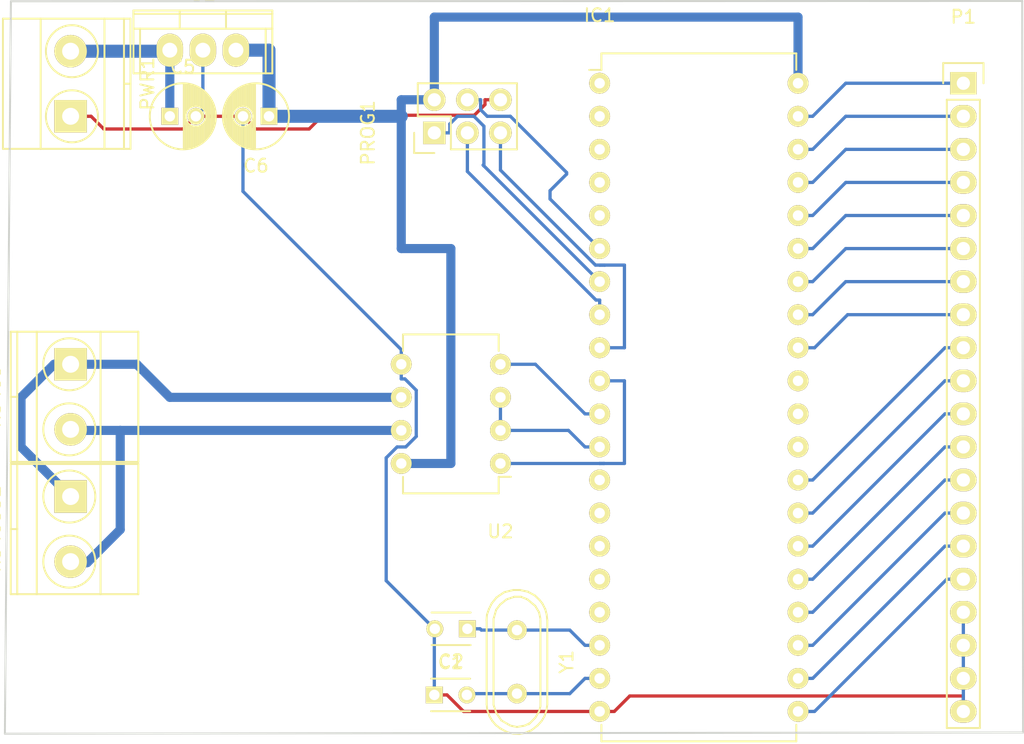
<source format=kicad_pcb>
(kicad_pcb (version 20171130) (host pcbnew "(5.1.12)-1")

  (general
    (thickness 1.6)
    (drawings 4)
    (tracks 175)
    (zones 0)
    (modules 13)
    (nets 44)
  )

  (page A4)
  (layers
    (0 F.Cu signal)
    (31 B.Cu signal)
    (33 F.Adhes user hide)
    (35 F.Paste user hide)
    (37 F.SilkS user hide)
    (39 F.Mask user hide)
    (40 Dwgs.User user hide)
    (41 Cmts.User user hide)
    (42 Eco1.User user hide)
    (43 Eco2.User user hide)
    (44 Edge.Cuts user)
    (45 Margin user hide)
    (47 F.CrtYd user hide)
    (49 F.Fab user hide)
  )

  (setup
    (last_trace_width 0.25)
    (user_trace_width 0.7)
    (user_trace_width 1)
    (trace_clearance 0.2)
    (zone_clearance 0.6)
    (zone_45_only yes)
    (trace_min 0.2)
    (via_size 0.6)
    (via_drill 0.4)
    (via_min_size 0.4)
    (via_min_drill 0.3)
    (uvia_size 0.3)
    (uvia_drill 0.1)
    (uvias_allowed no)
    (uvia_min_size 0.2)
    (uvia_min_drill 0.1)
    (edge_width 0.15)
    (segment_width 0.2)
    (pcb_text_width 0.3)
    (pcb_text_size 1.5 1.5)
    (mod_edge_width 0.15)
    (mod_text_size 1 1)
    (mod_text_width 0.15)
    (pad_size 1.524 1.524)
    (pad_drill 0.762)
    (pad_to_mask_clearance 0.2)
    (aux_axis_origin 144.78 149.86)
    (visible_elements 7FFFFFFF)
    (pcbplotparams
      (layerselection 0x00000_80000000)
      (usegerberextensions false)
      (usegerberattributes true)
      (usegerberadvancedattributes true)
      (creategerberjobfile true)
      (excludeedgelayer true)
      (linewidth 0.100000)
      (plotframeref false)
      (viasonmask false)
      (mode 1)
      (useauxorigin false)
      (hpglpennumber 1)
      (hpglpenspeed 20)
      (hpglpendiameter 15.000000)
      (psnegative true)
      (psa4output true)
      (plotreference false)
      (plotvalue false)
      (plotinvisibletext false)
      (padsonsilk false)
      (subtractmaskfromsilk false)
      (outputformat 2)
      (mirror true)
      (drillshape 2)
      (scaleselection 1)
      (outputdirectory ""))
  )

  (net 0 "")
  (net 1 Earth)
  (net 2 "Net-(C1-Pad2)")
  (net 3 "Net-(C2-Pad1)")
  (net 4 +BATT)
  (net 5 +5V)
  (net 6 /MOSI)
  (net 7 /MISO)
  (net 8 /SCK)
  (net 9 /RESET)
  (net 10 "Net-(IC1-Pad10)")
  (net 11 "Net-(IC1-Pad11)")
  (net 12 "Net-(IC1-Pad12)")
  (net 13 /O9)
  (net 14 /O10)
  (net 15 /O11)
  (net 16 /O12)
  (net 17 /O13)
  (net 18 /O14)
  (net 19 /O15)
  (net 20 /O16)
  (net 21 "Net-(IC1-Pad29)")
  (net 22 "Net-(IC1-Pad30)")
  (net 23 "Net-(IC1-Pad31)")
  (net 24 /O8)
  (net 25 /O7)
  (net 26 /O6)
  (net 27 /O5)
  (net 28 /O4)
  (net 29 /O3)
  (net 30 /O2)
  (net 31 /O1)
  (net 32 "Net-(RS485-Pad2)")
  (net 33 "Net-(RS485-Pad1)")
  (net 34 "Net-(IC1-Pad1)")
  (net 35 "Net-(IC1-Pad2)")
  (net 36 "Net-(IC1-Pad3)")
  (net 37 "Net-(IC1-Pad5)")
  (net 38 "Net-(IC1-Pad13)")
  (net 39 "Net-(IC1-Pad14)")
  (net 40 "Net-(IC1-Pad15)")
  (net 41 "Net-(IC1-Pad16)")
  (net 42 "Net-(IC1-Pad17)")
  (net 43 "Net-(IC1-Pad4)")

  (net_class Default "This is the default net class."
    (clearance 0.2)
    (trace_width 0.25)
    (via_dia 0.6)
    (via_drill 0.4)
    (uvia_dia 0.3)
    (uvia_drill 0.1)
    (add_net +5V)
    (add_net +BATT)
    (add_net /MISO)
    (add_net /MOSI)
    (add_net /O1)
    (add_net /O10)
    (add_net /O11)
    (add_net /O12)
    (add_net /O13)
    (add_net /O14)
    (add_net /O15)
    (add_net /O16)
    (add_net /O2)
    (add_net /O3)
    (add_net /O4)
    (add_net /O5)
    (add_net /O6)
    (add_net /O7)
    (add_net /O8)
    (add_net /O9)
    (add_net /RESET)
    (add_net /SCK)
    (add_net Earth)
    (add_net "Net-(C1-Pad2)")
    (add_net "Net-(C2-Pad1)")
    (add_net "Net-(IC1-Pad1)")
    (add_net "Net-(IC1-Pad10)")
    (add_net "Net-(IC1-Pad11)")
    (add_net "Net-(IC1-Pad12)")
    (add_net "Net-(IC1-Pad13)")
    (add_net "Net-(IC1-Pad14)")
    (add_net "Net-(IC1-Pad15)")
    (add_net "Net-(IC1-Pad16)")
    (add_net "Net-(IC1-Pad17)")
    (add_net "Net-(IC1-Pad2)")
    (add_net "Net-(IC1-Pad29)")
    (add_net "Net-(IC1-Pad3)")
    (add_net "Net-(IC1-Pad30)")
    (add_net "Net-(IC1-Pad31)")
    (add_net "Net-(IC1-Pad4)")
    (add_net "Net-(IC1-Pad5)")
    (add_net "Net-(RS485-Pad1)")
    (add_net "Net-(RS485-Pad2)")
  )

  (module Capacitors_ThroughHole:C_Disc_D3_P2.5 (layer F.Cu) (tedit 0) (tstamp 57DCEEA2)
    (at 175.26 142.24)
    (descr "Capacitor 3mm Disc, Pitch 2.5mm")
    (tags Capacitor)
    (path /57DCD2A6)
    (fp_text reference C1 (at 1.25 -2.5) (layer F.SilkS)
      (effects (font (size 1 1) (thickness 0.15)))
    )
    (fp_text value C_Small (at 1.25 2.5) (layer F.Fab)
      (effects (font (size 1 1) (thickness 0.15)))
    )
    (fp_line (start -0.9 -1.5) (end 3.4 -1.5) (layer F.CrtYd) (width 0.05))
    (fp_line (start 3.4 -1.5) (end 3.4 1.5) (layer F.CrtYd) (width 0.05))
    (fp_line (start 3.4 1.5) (end -0.9 1.5) (layer F.CrtYd) (width 0.05))
    (fp_line (start -0.9 1.5) (end -0.9 -1.5) (layer F.CrtYd) (width 0.05))
    (fp_line (start -0.25 -1.25) (end 2.75 -1.25) (layer F.SilkS) (width 0.15))
    (fp_line (start 2.75 1.25) (end -0.25 1.25) (layer F.SilkS) (width 0.15))
    (pad 1 thru_hole rect (at 0 0) (size 1.3 1.3) (drill 0.8) (layers *.Cu *.Mask F.SilkS)
      (net 1 Earth))
    (pad 2 thru_hole circle (at 2.5 0) (size 1.3 1.3) (drill 0.8001) (layers *.Cu *.Mask F.SilkS)
      (net 2 "Net-(C1-Pad2)"))
    (model Capacitors_ThroughHole.3dshapes/C_Disc_D3_P2.5.wrl
      (offset (xyz 1.250000021226883 0 0))
      (scale (xyz 1 1 1))
      (rotate (xyz 0 0 0))
    )
  )

  (module Capacitors_ThroughHole:C_Disc_D3_P2.5 (layer F.Cu) (tedit 0) (tstamp 57DCEEA8)
    (at 177.8 137.16 180)
    (descr "Capacitor 3mm Disc, Pitch 2.5mm")
    (tags Capacitor)
    (path /57DCD2D3)
    (fp_text reference C2 (at 1.25 -2.5 180) (layer F.SilkS)
      (effects (font (size 1 1) (thickness 0.15)))
    )
    (fp_text value C_Small (at 1.25 2.5 180) (layer F.Fab)
      (effects (font (size 1 1) (thickness 0.15)))
    )
    (fp_line (start -0.9 -1.5) (end 3.4 -1.5) (layer F.CrtYd) (width 0.05))
    (fp_line (start 3.4 -1.5) (end 3.4 1.5) (layer F.CrtYd) (width 0.05))
    (fp_line (start 3.4 1.5) (end -0.9 1.5) (layer F.CrtYd) (width 0.05))
    (fp_line (start -0.9 1.5) (end -0.9 -1.5) (layer F.CrtYd) (width 0.05))
    (fp_line (start -0.25 -1.25) (end 2.75 -1.25) (layer F.SilkS) (width 0.15))
    (fp_line (start 2.75 1.25) (end -0.25 1.25) (layer F.SilkS) (width 0.15))
    (pad 1 thru_hole rect (at 0 0 180) (size 1.3 1.3) (drill 0.8) (layers *.Cu *.Mask F.SilkS)
      (net 3 "Net-(C2-Pad1)"))
    (pad 2 thru_hole circle (at 2.5 0 180) (size 1.3 1.3) (drill 0.8001) (layers *.Cu *.Mask F.SilkS)
      (net 1 Earth))
    (model Capacitors_ThroughHole.3dshapes/C_Disc_D3_P2.5.wrl
      (offset (xyz 1.250000021226883 0 0))
      (scale (xyz 1 1 1))
      (rotate (xyz 0 0 0))
    )
  )

  (module Capacitors_ThroughHole:C_Radial_D5_L11_P2 (layer F.Cu) (tedit 0) (tstamp 57DCEEAE)
    (at 154.94 97.79)
    (descr "Radial Electrolytic Capacitor 5mm x Length 11mm, Pitch 2mm")
    (tags "Electrolytic Capacitor")
    (path /57DEE4DA)
    (fp_text reference C5 (at 1 -3.8) (layer F.SilkS)
      (effects (font (size 1 1) (thickness 0.15)))
    )
    (fp_text value 10uf (at 1 3.8) (layer F.Fab)
      (effects (font (size 1 1) (thickness 0.15)))
    )
    (fp_line (start 1.075 -2.499) (end 1.075 2.499) (layer F.SilkS) (width 0.15))
    (fp_line (start 1.215 -2.491) (end 1.215 -0.154) (layer F.SilkS) (width 0.15))
    (fp_line (start 1.215 0.154) (end 1.215 2.491) (layer F.SilkS) (width 0.15))
    (fp_line (start 1.355 -2.475) (end 1.355 -0.473) (layer F.SilkS) (width 0.15))
    (fp_line (start 1.355 0.473) (end 1.355 2.475) (layer F.SilkS) (width 0.15))
    (fp_line (start 1.495 -2.451) (end 1.495 -0.62) (layer F.SilkS) (width 0.15))
    (fp_line (start 1.495 0.62) (end 1.495 2.451) (layer F.SilkS) (width 0.15))
    (fp_line (start 1.635 -2.418) (end 1.635 -0.712) (layer F.SilkS) (width 0.15))
    (fp_line (start 1.635 0.712) (end 1.635 2.418) (layer F.SilkS) (width 0.15))
    (fp_line (start 1.775 -2.377) (end 1.775 -0.768) (layer F.SilkS) (width 0.15))
    (fp_line (start 1.775 0.768) (end 1.775 2.377) (layer F.SilkS) (width 0.15))
    (fp_line (start 1.915 -2.327) (end 1.915 -0.795) (layer F.SilkS) (width 0.15))
    (fp_line (start 1.915 0.795) (end 1.915 2.327) (layer F.SilkS) (width 0.15))
    (fp_line (start 2.055 -2.266) (end 2.055 -0.798) (layer F.SilkS) (width 0.15))
    (fp_line (start 2.055 0.798) (end 2.055 2.266) (layer F.SilkS) (width 0.15))
    (fp_line (start 2.195 -2.196) (end 2.195 -0.776) (layer F.SilkS) (width 0.15))
    (fp_line (start 2.195 0.776) (end 2.195 2.196) (layer F.SilkS) (width 0.15))
    (fp_line (start 2.335 -2.114) (end 2.335 -0.726) (layer F.SilkS) (width 0.15))
    (fp_line (start 2.335 0.726) (end 2.335 2.114) (layer F.SilkS) (width 0.15))
    (fp_line (start 2.475 -2.019) (end 2.475 -0.644) (layer F.SilkS) (width 0.15))
    (fp_line (start 2.475 0.644) (end 2.475 2.019) (layer F.SilkS) (width 0.15))
    (fp_line (start 2.615 -1.908) (end 2.615 -0.512) (layer F.SilkS) (width 0.15))
    (fp_line (start 2.615 0.512) (end 2.615 1.908) (layer F.SilkS) (width 0.15))
    (fp_line (start 2.755 -1.78) (end 2.755 -0.265) (layer F.SilkS) (width 0.15))
    (fp_line (start 2.755 0.265) (end 2.755 1.78) (layer F.SilkS) (width 0.15))
    (fp_line (start 2.895 -1.631) (end 2.895 1.631) (layer F.SilkS) (width 0.15))
    (fp_line (start 3.035 -1.452) (end 3.035 1.452) (layer F.SilkS) (width 0.15))
    (fp_line (start 3.175 -1.233) (end 3.175 1.233) (layer F.SilkS) (width 0.15))
    (fp_line (start 3.315 -0.944) (end 3.315 0.944) (layer F.SilkS) (width 0.15))
    (fp_line (start 3.455 -0.472) (end 3.455 0.472) (layer F.SilkS) (width 0.15))
    (fp_circle (center 2 0) (end 2 -0.8) (layer F.SilkS) (width 0.15))
    (fp_circle (center 1 0) (end 1 -2.5375) (layer F.SilkS) (width 0.15))
    (fp_circle (center 1 0) (end 1 -2.8) (layer F.CrtYd) (width 0.05))
    (pad 1 thru_hole rect (at 0 0) (size 1.3 1.3) (drill 0.8) (layers *.Cu *.Mask F.SilkS)
      (net 4 +BATT))
    (pad 2 thru_hole circle (at 2 0) (size 1.3 1.3) (drill 0.8) (layers *.Cu *.Mask F.SilkS)
      (net 1 Earth))
    (model Capacitors_ThroughHole.3dshapes/C_Radial_D5_L11_P2.wrl
      (at (xyz 0 0 0))
      (scale (xyz 1 1 1))
      (rotate (xyz 0 0 0))
    )
  )

  (module Capacitors_ThroughHole:C_Radial_D5_L11_P2 (layer F.Cu) (tedit 0) (tstamp 57DCEEB4)
    (at 162.56 97.79 180)
    (descr "Radial Electrolytic Capacitor 5mm x Length 11mm, Pitch 2mm")
    (tags "Electrolytic Capacitor")
    (path /57DEE51D)
    (fp_text reference C6 (at 1 -3.8 180) (layer F.SilkS)
      (effects (font (size 1 1) (thickness 0.15)))
    )
    (fp_text value 10uf (at 1 3.8 180) (layer F.Fab)
      (effects (font (size 1 1) (thickness 0.15)))
    )
    (fp_line (start 1.075 -2.499) (end 1.075 2.499) (layer F.SilkS) (width 0.15))
    (fp_line (start 1.215 -2.491) (end 1.215 -0.154) (layer F.SilkS) (width 0.15))
    (fp_line (start 1.215 0.154) (end 1.215 2.491) (layer F.SilkS) (width 0.15))
    (fp_line (start 1.355 -2.475) (end 1.355 -0.473) (layer F.SilkS) (width 0.15))
    (fp_line (start 1.355 0.473) (end 1.355 2.475) (layer F.SilkS) (width 0.15))
    (fp_line (start 1.495 -2.451) (end 1.495 -0.62) (layer F.SilkS) (width 0.15))
    (fp_line (start 1.495 0.62) (end 1.495 2.451) (layer F.SilkS) (width 0.15))
    (fp_line (start 1.635 -2.418) (end 1.635 -0.712) (layer F.SilkS) (width 0.15))
    (fp_line (start 1.635 0.712) (end 1.635 2.418) (layer F.SilkS) (width 0.15))
    (fp_line (start 1.775 -2.377) (end 1.775 -0.768) (layer F.SilkS) (width 0.15))
    (fp_line (start 1.775 0.768) (end 1.775 2.377) (layer F.SilkS) (width 0.15))
    (fp_line (start 1.915 -2.327) (end 1.915 -0.795) (layer F.SilkS) (width 0.15))
    (fp_line (start 1.915 0.795) (end 1.915 2.327) (layer F.SilkS) (width 0.15))
    (fp_line (start 2.055 -2.266) (end 2.055 -0.798) (layer F.SilkS) (width 0.15))
    (fp_line (start 2.055 0.798) (end 2.055 2.266) (layer F.SilkS) (width 0.15))
    (fp_line (start 2.195 -2.196) (end 2.195 -0.776) (layer F.SilkS) (width 0.15))
    (fp_line (start 2.195 0.776) (end 2.195 2.196) (layer F.SilkS) (width 0.15))
    (fp_line (start 2.335 -2.114) (end 2.335 -0.726) (layer F.SilkS) (width 0.15))
    (fp_line (start 2.335 0.726) (end 2.335 2.114) (layer F.SilkS) (width 0.15))
    (fp_line (start 2.475 -2.019) (end 2.475 -0.644) (layer F.SilkS) (width 0.15))
    (fp_line (start 2.475 0.644) (end 2.475 2.019) (layer F.SilkS) (width 0.15))
    (fp_line (start 2.615 -1.908) (end 2.615 -0.512) (layer F.SilkS) (width 0.15))
    (fp_line (start 2.615 0.512) (end 2.615 1.908) (layer F.SilkS) (width 0.15))
    (fp_line (start 2.755 -1.78) (end 2.755 -0.265) (layer F.SilkS) (width 0.15))
    (fp_line (start 2.755 0.265) (end 2.755 1.78) (layer F.SilkS) (width 0.15))
    (fp_line (start 2.895 -1.631) (end 2.895 1.631) (layer F.SilkS) (width 0.15))
    (fp_line (start 3.035 -1.452) (end 3.035 1.452) (layer F.SilkS) (width 0.15))
    (fp_line (start 3.175 -1.233) (end 3.175 1.233) (layer F.SilkS) (width 0.15))
    (fp_line (start 3.315 -0.944) (end 3.315 0.944) (layer F.SilkS) (width 0.15))
    (fp_line (start 3.455 -0.472) (end 3.455 0.472) (layer F.SilkS) (width 0.15))
    (fp_circle (center 2 0) (end 2 -0.8) (layer F.SilkS) (width 0.15))
    (fp_circle (center 1 0) (end 1 -2.5375) (layer F.SilkS) (width 0.15))
    (fp_circle (center 1 0) (end 1 -2.8) (layer F.CrtYd) (width 0.05))
    (pad 1 thru_hole rect (at 0 0 180) (size 1.3 1.3) (drill 0.8) (layers *.Cu *.Mask F.SilkS)
      (net 5 +5V))
    (pad 2 thru_hole circle (at 2 0 180) (size 1.3 1.3) (drill 0.8) (layers *.Cu *.Mask F.SilkS)
      (net 1 Earth))
    (model Capacitors_ThroughHole.3dshapes/C_Radial_D5_L11_P2.wrl
      (at (xyz 0 0 0))
      (scale (xyz 1 1 1))
      (rotate (xyz 0 0 0))
    )
  )

  (module Housings_DIP:DIP-40_W15.24mm (layer F.Cu) (tedit 54130A77) (tstamp 57DCEEE0)
    (at 187.96 95.25)
    (descr "40-lead dip package, row spacing 15.24 mm (600 mils)")
    (tags "dil dip 2.54 600")
    (path /57DCCFA7)
    (fp_text reference IC1 (at 0 -5.22) (layer F.SilkS)
      (effects (font (size 1 1) (thickness 0.15)))
    )
    (fp_text value AT90S8515-P (at 0 -3.72) (layer F.Fab)
      (effects (font (size 1 1) (thickness 0.15)))
    )
    (fp_line (start -1.05 -2.45) (end -1.05 50.75) (layer F.CrtYd) (width 0.05))
    (fp_line (start 16.3 -2.45) (end 16.3 50.75) (layer F.CrtYd) (width 0.05))
    (fp_line (start -1.05 -2.45) (end 16.3 -2.45) (layer F.CrtYd) (width 0.05))
    (fp_line (start -1.05 50.75) (end 16.3 50.75) (layer F.CrtYd) (width 0.05))
    (fp_line (start 0.135 -2.295) (end 0.135 -1.025) (layer F.SilkS) (width 0.15))
    (fp_line (start 15.105 -2.295) (end 15.105 -1.025) (layer F.SilkS) (width 0.15))
    (fp_line (start 15.105 50.555) (end 15.105 49.285) (layer F.SilkS) (width 0.15))
    (fp_line (start 0.135 50.555) (end 0.135 49.285) (layer F.SilkS) (width 0.15))
    (fp_line (start 0.135 -2.295) (end 15.105 -2.295) (layer F.SilkS) (width 0.15))
    (fp_line (start 0.135 50.555) (end 15.105 50.555) (layer F.SilkS) (width 0.15))
    (fp_line (start 0.135 -1.025) (end -0.8 -1.025) (layer F.SilkS) (width 0.15))
    (pad 1 thru_hole oval (at 0 0) (size 1.6 1.6) (drill 0.8) (layers *.Cu *.Mask F.SilkS)
      (net 34 "Net-(IC1-Pad1)"))
    (pad 2 thru_hole oval (at 0 2.54) (size 1.6 1.6) (drill 0.8) (layers *.Cu *.Mask F.SilkS)
      (net 35 "Net-(IC1-Pad2)"))
    (pad 3 thru_hole oval (at 0 5.08) (size 1.6 1.6) (drill 0.8) (layers *.Cu *.Mask F.SilkS)
      (net 36 "Net-(IC1-Pad3)"))
    (pad 4 thru_hole oval (at 0 7.62) (size 1.6 1.6) (drill 0.8) (layers *.Cu *.Mask F.SilkS)
      (net 43 "Net-(IC1-Pad4)"))
    (pad 5 thru_hole oval (at 0 10.16) (size 1.6 1.6) (drill 0.8) (layers *.Cu *.Mask F.SilkS)
      (net 37 "Net-(IC1-Pad5)"))
    (pad 6 thru_hole oval (at 0 12.7) (size 1.6 1.6) (drill 0.8) (layers *.Cu *.Mask F.SilkS)
      (net 6 /MOSI))
    (pad 7 thru_hole oval (at 0 15.24) (size 1.6 1.6) (drill 0.8) (layers *.Cu *.Mask F.SilkS)
      (net 7 /MISO))
    (pad 8 thru_hole oval (at 0 17.78) (size 1.6 1.6) (drill 0.8) (layers *.Cu *.Mask F.SilkS)
      (net 8 /SCK))
    (pad 9 thru_hole oval (at 0 20.32) (size 1.6 1.6) (drill 0.8) (layers *.Cu *.Mask F.SilkS)
      (net 9 /RESET))
    (pad 10 thru_hole oval (at 0 22.86) (size 1.6 1.6) (drill 0.8) (layers *.Cu *.Mask F.SilkS)
      (net 10 "Net-(IC1-Pad10)"))
    (pad 11 thru_hole oval (at 0 25.4) (size 1.6 1.6) (drill 0.8) (layers *.Cu *.Mask F.SilkS)
      (net 11 "Net-(IC1-Pad11)"))
    (pad 12 thru_hole oval (at 0 27.94) (size 1.6 1.6) (drill 0.8) (layers *.Cu *.Mask F.SilkS)
      (net 12 "Net-(IC1-Pad12)"))
    (pad 13 thru_hole oval (at 0 30.48) (size 1.6 1.6) (drill 0.8) (layers *.Cu *.Mask F.SilkS)
      (net 38 "Net-(IC1-Pad13)"))
    (pad 14 thru_hole oval (at 0 33.02) (size 1.6 1.6) (drill 0.8) (layers *.Cu *.Mask F.SilkS)
      (net 39 "Net-(IC1-Pad14)"))
    (pad 15 thru_hole oval (at 0 35.56) (size 1.6 1.6) (drill 0.8) (layers *.Cu *.Mask F.SilkS)
      (net 40 "Net-(IC1-Pad15)"))
    (pad 16 thru_hole oval (at 0 38.1) (size 1.6 1.6) (drill 0.8) (layers *.Cu *.Mask F.SilkS)
      (net 41 "Net-(IC1-Pad16)"))
    (pad 17 thru_hole oval (at 0 40.64) (size 1.6 1.6) (drill 0.8) (layers *.Cu *.Mask F.SilkS)
      (net 42 "Net-(IC1-Pad17)"))
    (pad 18 thru_hole oval (at 0 43.18) (size 1.6 1.6) (drill 0.8) (layers *.Cu *.Mask F.SilkS)
      (net 3 "Net-(C2-Pad1)"))
    (pad 19 thru_hole oval (at 0 45.72) (size 1.6 1.6) (drill 0.8) (layers *.Cu *.Mask F.SilkS)
      (net 2 "Net-(C1-Pad2)"))
    (pad 20 thru_hole oval (at 0 48.26) (size 1.6 1.6) (drill 0.8) (layers *.Cu *.Mask F.SilkS)
      (net 1 Earth))
    (pad 21 thru_hole oval (at 15.24 48.26) (size 1.6 1.6) (drill 0.8) (layers *.Cu *.Mask F.SilkS)
      (net 13 /O9))
    (pad 22 thru_hole oval (at 15.24 45.72) (size 1.6 1.6) (drill 0.8) (layers *.Cu *.Mask F.SilkS)
      (net 14 /O10))
    (pad 23 thru_hole oval (at 15.24 43.18) (size 1.6 1.6) (drill 0.8) (layers *.Cu *.Mask F.SilkS)
      (net 15 /O11))
    (pad 24 thru_hole oval (at 15.24 40.64) (size 1.6 1.6) (drill 0.8) (layers *.Cu *.Mask F.SilkS)
      (net 16 /O12))
    (pad 25 thru_hole oval (at 15.24 38.1) (size 1.6 1.6) (drill 0.8) (layers *.Cu *.Mask F.SilkS)
      (net 17 /O13))
    (pad 26 thru_hole oval (at 15.24 35.56) (size 1.6 1.6) (drill 0.8) (layers *.Cu *.Mask F.SilkS)
      (net 18 /O14))
    (pad 27 thru_hole oval (at 15.24 33.02) (size 1.6 1.6) (drill 0.8) (layers *.Cu *.Mask F.SilkS)
      (net 19 /O15))
    (pad 28 thru_hole oval (at 15.24 30.48) (size 1.6 1.6) (drill 0.8) (layers *.Cu *.Mask F.SilkS)
      (net 20 /O16))
    (pad 29 thru_hole oval (at 15.24 27.94) (size 1.6 1.6) (drill 0.8) (layers *.Cu *.Mask F.SilkS)
      (net 21 "Net-(IC1-Pad29)"))
    (pad 30 thru_hole oval (at 15.24 25.4) (size 1.6 1.6) (drill 0.8) (layers *.Cu *.Mask F.SilkS)
      (net 22 "Net-(IC1-Pad30)"))
    (pad 31 thru_hole oval (at 15.24 22.86) (size 1.6 1.6) (drill 0.8) (layers *.Cu *.Mask F.SilkS)
      (net 23 "Net-(IC1-Pad31)"))
    (pad 32 thru_hole oval (at 15.24 20.32) (size 1.6 1.6) (drill 0.8) (layers *.Cu *.Mask F.SilkS)
      (net 24 /O8))
    (pad 33 thru_hole oval (at 15.24 17.78) (size 1.6 1.6) (drill 0.8) (layers *.Cu *.Mask F.SilkS)
      (net 25 /O7))
    (pad 34 thru_hole oval (at 15.24 15.24) (size 1.6 1.6) (drill 0.8) (layers *.Cu *.Mask F.SilkS)
      (net 26 /O6))
    (pad 35 thru_hole oval (at 15.24 12.7) (size 1.6 1.6) (drill 0.8) (layers *.Cu *.Mask F.SilkS)
      (net 27 /O5))
    (pad 36 thru_hole oval (at 15.24 10.16) (size 1.6 1.6) (drill 0.8) (layers *.Cu *.Mask F.SilkS)
      (net 28 /O4))
    (pad 37 thru_hole oval (at 15.24 7.62) (size 1.6 1.6) (drill 0.8) (layers *.Cu *.Mask F.SilkS)
      (net 29 /O3))
    (pad 38 thru_hole oval (at 15.24 5.08) (size 1.6 1.6) (drill 0.8) (layers *.Cu *.Mask F.SilkS)
      (net 30 /O2))
    (pad 39 thru_hole oval (at 15.24 2.54) (size 1.6 1.6) (drill 0.8) (layers *.Cu *.Mask F.SilkS)
      (net 31 /O1))
    (pad 40 thru_hole oval (at 15.24 0) (size 1.6 1.6) (drill 0.8) (layers *.Cu *.Mask F.SilkS)
      (net 5 +5V))
    (model Housings_DIP.3dshapes/DIP-40_W15.24mm.wrl
      (at (xyz 0 0 0))
      (scale (xyz 1 1 1))
      (rotate (xyz 0 0 0))
    )
  )

  (module Pin_Headers:Pin_Header_Straight_2x03 (layer F.Cu) (tedit 54EA0A4B) (tstamp 57DCEF04)
    (at 175.26 99.06 90)
    (descr "Through hole pin header")
    (tags "pin header")
    (path /57DD4174)
    (fp_text reference PROG1 (at 0 -5.1 90) (layer F.SilkS)
      (effects (font (size 1 1) (thickness 0.15)))
    )
    (fp_text value CONN_02X03 (at 0 -3.1 90) (layer F.Fab)
      (effects (font (size 1 1) (thickness 0.15)))
    )
    (fp_line (start -1.27 1.27) (end -1.27 6.35) (layer F.SilkS) (width 0.15))
    (fp_line (start -1.55 -1.55) (end 0 -1.55) (layer F.SilkS) (width 0.15))
    (fp_line (start -1.75 -1.75) (end -1.75 6.85) (layer F.CrtYd) (width 0.05))
    (fp_line (start 4.3 -1.75) (end 4.3 6.85) (layer F.CrtYd) (width 0.05))
    (fp_line (start -1.75 -1.75) (end 4.3 -1.75) (layer F.CrtYd) (width 0.05))
    (fp_line (start -1.75 6.85) (end 4.3 6.85) (layer F.CrtYd) (width 0.05))
    (fp_line (start 1.27 -1.27) (end 1.27 1.27) (layer F.SilkS) (width 0.15))
    (fp_line (start 1.27 1.27) (end -1.27 1.27) (layer F.SilkS) (width 0.15))
    (fp_line (start -1.27 6.35) (end 3.81 6.35) (layer F.SilkS) (width 0.15))
    (fp_line (start 3.81 6.35) (end 3.81 1.27) (layer F.SilkS) (width 0.15))
    (fp_line (start -1.55 -1.55) (end -1.55 0) (layer F.SilkS) (width 0.15))
    (fp_line (start 3.81 -1.27) (end 1.27 -1.27) (layer F.SilkS) (width 0.15))
    (fp_line (start 3.81 1.27) (end 3.81 -1.27) (layer F.SilkS) (width 0.15))
    (pad 1 thru_hole rect (at 0 0 90) (size 1.7272 1.7272) (drill 1.016) (layers *.Cu *.Mask F.SilkS)
      (net 7 /MISO))
    (pad 2 thru_hole oval (at 2.54 0 90) (size 1.7272 1.7272) (drill 1.016) (layers *.Cu *.Mask F.SilkS)
      (net 5 +5V))
    (pad 3 thru_hole oval (at 0 2.54 90) (size 1.7272 1.7272) (drill 1.016) (layers *.Cu *.Mask F.SilkS)
      (net 8 /SCK))
    (pad 4 thru_hole oval (at 2.54 2.54 90) (size 1.7272 1.7272) (drill 1.016) (layers *.Cu *.Mask F.SilkS)
      (net 6 /MOSI))
    (pad 5 thru_hole oval (at 0 5.08 90) (size 1.7272 1.7272) (drill 1.016) (layers *.Cu *.Mask F.SilkS)
      (net 9 /RESET))
    (pad 6 thru_hole oval (at 2.54 5.08 90) (size 1.7272 1.7272) (drill 1.016) (layers *.Cu *.Mask F.SilkS)
      (net 1 Earth))
    (model Pin_Headers.3dshapes/Pin_Header_Straight_2x03.wrl
      (offset (xyz 1.269999980926514 -2.539999961853027 0))
      (scale (xyz 1 1 1))
      (rotate (xyz 0 0 90))
    )
  )

  (module Power_Integrations:TO-220 (layer F.Cu) (tedit 0) (tstamp 57DCEF23)
    (at 157.48 92.71)
    (descr "Non Isolated JEDEC TO-220 Package")
    (tags "Power Integration YN Package")
    (path /57DEE486)
    (fp_text reference U1 (at 0 -4.318) (layer F.SilkS)
      (effects (font (size 1 1) (thickness 0.15)))
    )
    (fp_text value LM7805CT (at 0 -4.318) (layer F.Fab)
      (effects (font (size 1 1) (thickness 0.15)))
    )
    (fp_line (start 4.826 -1.651) (end 4.826 1.778) (layer F.SilkS) (width 0.15))
    (fp_line (start -4.826 -1.651) (end -4.826 1.778) (layer F.SilkS) (width 0.15))
    (fp_line (start 5.334 -2.794) (end -5.334 -2.794) (layer F.SilkS) (width 0.15))
    (fp_line (start 1.778 -1.778) (end 1.778 -3.048) (layer F.SilkS) (width 0.15))
    (fp_line (start -1.778 -1.778) (end -1.778 -3.048) (layer F.SilkS) (width 0.15))
    (fp_line (start -5.334 -1.651) (end 5.334 -1.651) (layer F.SilkS) (width 0.15))
    (fp_line (start 5.334 1.778) (end -5.334 1.778) (layer F.SilkS) (width 0.15))
    (fp_line (start -5.334 -3.048) (end -5.334 1.778) (layer F.SilkS) (width 0.15))
    (fp_line (start 5.334 -3.048) (end 5.334 1.778) (layer F.SilkS) (width 0.15))
    (fp_line (start 5.334 -3.048) (end -5.334 -3.048) (layer F.SilkS) (width 0.15))
    (pad 2 thru_hole oval (at 0 0) (size 2.032 2.54) (drill 1.143) (layers *.Cu *.Mask F.SilkS)
      (net 1 Earth))
    (pad 3 thru_hole oval (at 2.54 0) (size 2.032 2.54) (drill 1.143) (layers *.Cu *.Mask F.SilkS)
      (net 5 +5V))
    (pad 1 thru_hole oval (at -2.54 0) (size 2.032 2.54) (drill 1.143) (layers *.Cu *.Mask F.SilkS)
      (net 4 +BATT))
  )

  (module Housings_DIP:DIP-8_W7.62mm (layer F.Cu) (tedit 54130A77) (tstamp 57DCEF2F)
    (at 180.34 124.46 180)
    (descr "8-lead dip package, row spacing 7.62 mm (300 mils)")
    (tags "dil dip 2.54 300")
    (path /57DCE524)
    (fp_text reference U2 (at 0 -5.22 180) (layer F.SilkS)
      (effects (font (size 1 1) (thickness 0.15)))
    )
    (fp_text value SP3485CP (at 0 -3.72 180) (layer F.Fab)
      (effects (font (size 1 1) (thickness 0.15)))
    )
    (fp_line (start -1.05 -2.45) (end -1.05 10.1) (layer F.CrtYd) (width 0.05))
    (fp_line (start 8.65 -2.45) (end 8.65 10.1) (layer F.CrtYd) (width 0.05))
    (fp_line (start -1.05 -2.45) (end 8.65 -2.45) (layer F.CrtYd) (width 0.05))
    (fp_line (start -1.05 10.1) (end 8.65 10.1) (layer F.CrtYd) (width 0.05))
    (fp_line (start 0.135 -2.295) (end 0.135 -1.025) (layer F.SilkS) (width 0.15))
    (fp_line (start 7.485 -2.295) (end 7.485 -1.025) (layer F.SilkS) (width 0.15))
    (fp_line (start 7.485 9.915) (end 7.485 8.645) (layer F.SilkS) (width 0.15))
    (fp_line (start 0.135 9.915) (end 0.135 8.645) (layer F.SilkS) (width 0.15))
    (fp_line (start 0.135 -2.295) (end 7.485 -2.295) (layer F.SilkS) (width 0.15))
    (fp_line (start 0.135 9.915) (end 7.485 9.915) (layer F.SilkS) (width 0.15))
    (fp_line (start 0.135 -1.025) (end -0.8 -1.025) (layer F.SilkS) (width 0.15))
    (pad 1 thru_hole oval (at 0 0 180) (size 1.6 1.6) (drill 0.8) (layers *.Cu *.Mask F.SilkS)
      (net 10 "Net-(IC1-Pad10)"))
    (pad 2 thru_hole oval (at 0 2.54 180) (size 1.6 1.6) (drill 0.8) (layers *.Cu *.Mask F.SilkS)
      (net 12 "Net-(IC1-Pad12)"))
    (pad 3 thru_hole oval (at 0 5.08 180) (size 1.6 1.6) (drill 0.8) (layers *.Cu *.Mask F.SilkS)
      (net 12 "Net-(IC1-Pad12)"))
    (pad 4 thru_hole oval (at 0 7.62 180) (size 1.6 1.6) (drill 0.8) (layers *.Cu *.Mask F.SilkS)
      (net 11 "Net-(IC1-Pad11)"))
    (pad 5 thru_hole oval (at 7.62 7.62 180) (size 1.6 1.6) (drill 0.8) (layers *.Cu *.Mask F.SilkS)
      (net 1 Earth))
    (pad 6 thru_hole oval (at 7.62 5.08 180) (size 1.6 1.6) (drill 0.8) (layers *.Cu *.Mask F.SilkS)
      (net 33 "Net-(RS485-Pad1)"))
    (pad 7 thru_hole oval (at 7.62 2.54 180) (size 1.6 1.6) (drill 0.8) (layers *.Cu *.Mask F.SilkS)
      (net 32 "Net-(RS485-Pad2)"))
    (pad 8 thru_hole oval (at 7.62 0 180) (size 1.6 1.6) (drill 0.8) (layers *.Cu *.Mask F.SilkS)
      (net 5 +5V))
    (model Housings_DIP.3dshapes/DIP-8_W7.62mm.wrl
      (at (xyz 0 0 0))
      (scale (xyz 1 1 1))
      (rotate (xyz 0 0 0))
    )
  )

  (module Crystals:Crystal_HC49-U_Vertical (layer F.Cu) (tedit 0) (tstamp 57DCEF35)
    (at 181.61 139.7 270)
    (descr "Crystal Quarz HC49/U vertical stehend")
    (tags "Crystal Quarz HC49/U vertical stehend")
    (path /57DCD1E2)
    (fp_text reference Y1 (at 0 -3.81 270) (layer F.SilkS)
      (effects (font (size 1 1) (thickness 0.15)))
    )
    (fp_text value 16mhz (at 0 3.81 270) (layer F.Fab)
      (effects (font (size 1 1) (thickness 0.15)))
    )
    (fp_line (start 4.699 -1.00076) (end 4.89966 -0.59944) (layer F.SilkS) (width 0.15))
    (fp_line (start 4.89966 -0.59944) (end 5.00126 0) (layer F.SilkS) (width 0.15))
    (fp_line (start 5.00126 0) (end 4.89966 0.50038) (layer F.SilkS) (width 0.15))
    (fp_line (start 4.89966 0.50038) (end 4.50088 1.19888) (layer F.SilkS) (width 0.15))
    (fp_line (start 4.50088 1.19888) (end 3.8989 1.6002) (layer F.SilkS) (width 0.15))
    (fp_line (start 3.8989 1.6002) (end 3.29946 1.80086) (layer F.SilkS) (width 0.15))
    (fp_line (start 3.29946 1.80086) (end -3.29946 1.80086) (layer F.SilkS) (width 0.15))
    (fp_line (start -3.29946 1.80086) (end -4.0005 1.6002) (layer F.SilkS) (width 0.15))
    (fp_line (start -4.0005 1.6002) (end -4.39928 1.30048) (layer F.SilkS) (width 0.15))
    (fp_line (start -4.39928 1.30048) (end -4.8006 0.8001) (layer F.SilkS) (width 0.15))
    (fp_line (start -4.8006 0.8001) (end -5.00126 0.20066) (layer F.SilkS) (width 0.15))
    (fp_line (start -5.00126 0.20066) (end -5.00126 -0.29972) (layer F.SilkS) (width 0.15))
    (fp_line (start -5.00126 -0.29972) (end -4.8006 -0.8001) (layer F.SilkS) (width 0.15))
    (fp_line (start -4.8006 -0.8001) (end -4.30022 -1.39954) (layer F.SilkS) (width 0.15))
    (fp_line (start -4.30022 -1.39954) (end -3.79984 -1.69926) (layer F.SilkS) (width 0.15))
    (fp_line (start -3.79984 -1.69926) (end -3.29946 -1.80086) (layer F.SilkS) (width 0.15))
    (fp_line (start -3.2004 -1.80086) (end 3.40106 -1.80086) (layer F.SilkS) (width 0.15))
    (fp_line (start 3.40106 -1.80086) (end 3.79984 -1.69926) (layer F.SilkS) (width 0.15))
    (fp_line (start 3.79984 -1.69926) (end 4.30022 -1.39954) (layer F.SilkS) (width 0.15))
    (fp_line (start 4.30022 -1.39954) (end 4.8006 -0.89916) (layer F.SilkS) (width 0.15))
    (fp_line (start -3.19024 -2.32918) (end -3.64998 -2.28092) (layer F.SilkS) (width 0.15))
    (fp_line (start -3.64998 -2.28092) (end -4.04876 -2.16916) (layer F.SilkS) (width 0.15))
    (fp_line (start -4.04876 -2.16916) (end -4.48056 -1.95072) (layer F.SilkS) (width 0.15))
    (fp_line (start -4.48056 -1.95072) (end -4.77012 -1.71958) (layer F.SilkS) (width 0.15))
    (fp_line (start -4.77012 -1.71958) (end -5.10032 -1.36906) (layer F.SilkS) (width 0.15))
    (fp_line (start -5.10032 -1.36906) (end -5.38988 -0.83058) (layer F.SilkS) (width 0.15))
    (fp_line (start -5.38988 -0.83058) (end -5.51942 -0.23114) (layer F.SilkS) (width 0.15))
    (fp_line (start -5.51942 -0.23114) (end -5.51942 0.2794) (layer F.SilkS) (width 0.15))
    (fp_line (start -5.51942 0.2794) (end -5.34924 0.98044) (layer F.SilkS) (width 0.15))
    (fp_line (start -5.34924 0.98044) (end -4.95046 1.56972) (layer F.SilkS) (width 0.15))
    (fp_line (start -4.95046 1.56972) (end -4.49072 1.94056) (layer F.SilkS) (width 0.15))
    (fp_line (start -4.49072 1.94056) (end -4.06908 2.14884) (layer F.SilkS) (width 0.15))
    (fp_line (start -4.06908 2.14884) (end -3.6195 2.30886) (layer F.SilkS) (width 0.15))
    (fp_line (start -3.6195 2.30886) (end -3.18008 2.33934) (layer F.SilkS) (width 0.15))
    (fp_line (start 4.16052 2.1209) (end 4.53898 1.89992) (layer F.SilkS) (width 0.15))
    (fp_line (start 4.53898 1.89992) (end 4.85902 1.62052) (layer F.SilkS) (width 0.15))
    (fp_line (start 4.85902 1.62052) (end 5.11048 1.29032) (layer F.SilkS) (width 0.15))
    (fp_line (start 5.11048 1.29032) (end 5.4102 0.73914) (layer F.SilkS) (width 0.15))
    (fp_line (start 5.4102 0.73914) (end 5.51942 0.26924) (layer F.SilkS) (width 0.15))
    (fp_line (start 5.51942 0.26924) (end 5.53974 -0.1905) (layer F.SilkS) (width 0.15))
    (fp_line (start 5.53974 -0.1905) (end 5.45084 -0.65024) (layer F.SilkS) (width 0.15))
    (fp_line (start 5.45084 -0.65024) (end 5.26034 -1.09982) (layer F.SilkS) (width 0.15))
    (fp_line (start 5.26034 -1.09982) (end 4.89966 -1.56972) (layer F.SilkS) (width 0.15))
    (fp_line (start 4.89966 -1.56972) (end 4.54914 -1.88976) (layer F.SilkS) (width 0.15))
    (fp_line (start 4.54914 -1.88976) (end 4.16052 -2.1209) (layer F.SilkS) (width 0.15))
    (fp_line (start 4.16052 -2.1209) (end 3.73126 -2.2606) (layer F.SilkS) (width 0.15))
    (fp_line (start 3.73126 -2.2606) (end 3.2893 -2.32918) (layer F.SilkS) (width 0.15))
    (fp_line (start -3.2004 2.32918) (end 3.2512 2.32918) (layer F.SilkS) (width 0.15))
    (fp_line (start 3.2512 2.32918) (end 3.6703 2.29108) (layer F.SilkS) (width 0.15))
    (fp_line (start 3.6703 2.29108) (end 4.16052 2.1209) (layer F.SilkS) (width 0.15))
    (fp_line (start -3.2004 -2.32918) (end 3.2512 -2.32918) (layer F.SilkS) (width 0.15))
    (pad 1 thru_hole circle (at -2.44094 0 270) (size 1.50114 1.50114) (drill 0.8001) (layers *.Cu *.Mask F.SilkS)
      (net 3 "Net-(C2-Pad1)"))
    (pad 2 thru_hole circle (at 2.44094 0 270) (size 1.50114 1.50114) (drill 0.8001) (layers *.Cu *.Mask F.SilkS)
      (net 2 "Net-(C1-Pad2)"))
  )

  (module Pin_Headers:Pin_Header_Straight_1x20 (layer F.Cu) (tedit 0) (tstamp 57DE00DB)
    (at 215.9 95.25)
    (descr "Through hole pin header")
    (tags "pin header")
    (path /57DE2079)
    (fp_text reference P1 (at 0 -5.1) (layer F.SilkS)
      (effects (font (size 1 1) (thickness 0.15)))
    )
    (fp_text value CONN_01X20 (at 0 -3.1) (layer F.Fab)
      (effects (font (size 1 1) (thickness 0.15)))
    )
    (fp_line (start -1.75 -1.75) (end -1.75 50.05) (layer F.CrtYd) (width 0.05))
    (fp_line (start 1.75 -1.75) (end 1.75 50.05) (layer F.CrtYd) (width 0.05))
    (fp_line (start -1.75 -1.75) (end 1.75 -1.75) (layer F.CrtYd) (width 0.05))
    (fp_line (start -1.75 50.05) (end 1.75 50.05) (layer F.CrtYd) (width 0.05))
    (fp_line (start 1.27 1.27) (end 1.27 49.53) (layer F.SilkS) (width 0.15))
    (fp_line (start 1.27 49.53) (end -1.27 49.53) (layer F.SilkS) (width 0.15))
    (fp_line (start -1.27 49.53) (end -1.27 1.27) (layer F.SilkS) (width 0.15))
    (fp_line (start 1.55 -1.55) (end 1.55 0) (layer F.SilkS) (width 0.15))
    (fp_line (start 1.27 1.27) (end -1.27 1.27) (layer F.SilkS) (width 0.15))
    (fp_line (start -1.55 0) (end -1.55 -1.55) (layer F.SilkS) (width 0.15))
    (fp_line (start -1.55 -1.55) (end 1.55 -1.55) (layer F.SilkS) (width 0.15))
    (pad 1 thru_hole rect (at 0 0) (size 2.032 1.7272) (drill 1.016) (layers *.Cu *.Mask F.SilkS)
      (net 31 /O1))
    (pad 2 thru_hole oval (at 0 2.54) (size 2.032 1.7272) (drill 1.016) (layers *.Cu *.Mask F.SilkS)
      (net 30 /O2))
    (pad 3 thru_hole oval (at 0 5.08) (size 2.032 1.7272) (drill 1.016) (layers *.Cu *.Mask F.SilkS)
      (net 29 /O3))
    (pad 4 thru_hole oval (at 0 7.62) (size 2.032 1.7272) (drill 1.016) (layers *.Cu *.Mask F.SilkS)
      (net 28 /O4))
    (pad 5 thru_hole oval (at 0 10.16) (size 2.032 1.7272) (drill 1.016) (layers *.Cu *.Mask F.SilkS)
      (net 27 /O5))
    (pad 6 thru_hole oval (at 0 12.7) (size 2.032 1.7272) (drill 1.016) (layers *.Cu *.Mask F.SilkS)
      (net 26 /O6))
    (pad 7 thru_hole oval (at 0 15.24) (size 2.032 1.7272) (drill 1.016) (layers *.Cu *.Mask F.SilkS)
      (net 25 /O7))
    (pad 8 thru_hole oval (at 0 17.78) (size 2.032 1.7272) (drill 1.016) (layers *.Cu *.Mask F.SilkS)
      (net 24 /O8))
    (pad 9 thru_hole oval (at 0 20.32) (size 2.032 1.7272) (drill 1.016) (layers *.Cu *.Mask F.SilkS)
      (net 20 /O16))
    (pad 10 thru_hole oval (at 0 22.86) (size 2.032 1.7272) (drill 1.016) (layers *.Cu *.Mask F.SilkS)
      (net 19 /O15))
    (pad 11 thru_hole oval (at 0 25.4) (size 2.032 1.7272) (drill 1.016) (layers *.Cu *.Mask F.SilkS)
      (net 18 /O14))
    (pad 12 thru_hole oval (at 0 27.94) (size 2.032 1.7272) (drill 1.016) (layers *.Cu *.Mask F.SilkS)
      (net 17 /O13))
    (pad 13 thru_hole oval (at 0 30.48) (size 2.032 1.7272) (drill 1.016) (layers *.Cu *.Mask F.SilkS)
      (net 16 /O12))
    (pad 14 thru_hole oval (at 0 33.02) (size 2.032 1.7272) (drill 1.016) (layers *.Cu *.Mask F.SilkS)
      (net 15 /O11))
    (pad 15 thru_hole oval (at 0 35.56) (size 2.032 1.7272) (drill 1.016) (layers *.Cu *.Mask F.SilkS)
      (net 14 /O10))
    (pad 16 thru_hole oval (at 0 38.1) (size 2.032 1.7272) (drill 1.016) (layers *.Cu *.Mask F.SilkS)
      (net 13 /O9))
    (pad 17 thru_hole oval (at 0 40.64) (size 2.032 1.7272) (drill 1.016) (layers *.Cu *.Mask F.SilkS)
      (net 1 Earth))
    (pad 18 thru_hole oval (at 0 43.18) (size 2.032 1.7272) (drill 1.016) (layers *.Cu *.Mask F.SilkS)
      (net 1 Earth))
    (pad 19 thru_hole oval (at 0 45.72) (size 2.032 1.7272) (drill 1.016) (layers *.Cu *.Mask F.SilkS)
      (net 1 Earth))
    (pad 20 thru_hole oval (at 0 48.26) (size 2.032 1.7272) (drill 1.016) (layers *.Cu *.Mask F.SilkS)
      (net 1 Earth))
    (model Pin_Headers.3dshapes/Pin_Header_Straight_1x20.wrl
      (offset (xyz 0 -24.12999963760376 0))
      (scale (xyz 1 1 1))
      (rotate (xyz 0 0 90))
    )
  )

  (module Terminal_Blocks:TerminalBlock_Pheonix_MKDS1.5-2pol (layer F.Cu) (tedit 7FFFFFFF) (tstamp 57E0D5AF)
    (at 147.32 97.79 90)
    (descr "2-way 5mm pitch terminal block, Phoenix MKDS series")
    (path /57DEF459)
    (fp_text reference PWR1 (at 2.5 5.9 90) (layer F.SilkS)
      (effects (font (size 1 1) (thickness 0.15)))
    )
    (fp_text value CONN_01X02 (at 2.5 -6.6 90) (layer F.Fab)
      (effects (font (size 1 1) (thickness 0.15)))
    )
    (fp_circle (center 5 0.1) (end 3 0.1) (layer F.SilkS) (width 0.15))
    (fp_circle (center 0 0.1) (end 2 0.1) (layer F.SilkS) (width 0.15))
    (fp_line (start -2.7 -5.4) (end 7.7 -5.4) (layer F.CrtYd) (width 0.05))
    (fp_line (start -2.7 4.8) (end -2.7 -5.4) (layer F.CrtYd) (width 0.05))
    (fp_line (start 7.7 4.8) (end -2.7 4.8) (layer F.CrtYd) (width 0.05))
    (fp_line (start 7.7 -5.4) (end 7.7 4.8) (layer F.CrtYd) (width 0.05))
    (fp_line (start 2.5 4.1) (end 2.5 4.6) (layer F.SilkS) (width 0.15))
    (fp_line (start -2.5 2.6) (end 7.5 2.6) (layer F.SilkS) (width 0.15))
    (fp_line (start -2.5 -2.3) (end 7.5 -2.3) (layer F.SilkS) (width 0.15))
    (fp_line (start -2.5 4.1) (end 7.5 4.1) (layer F.SilkS) (width 0.15))
    (fp_line (start -2.5 4.6) (end 7.5 4.6) (layer F.SilkS) (width 0.15))
    (fp_line (start 7.5 4.6) (end 7.5 -5.2) (layer F.SilkS) (width 0.15))
    (fp_line (start 7.5 -5.2) (end -2.5 -5.2) (layer F.SilkS) (width 0.15))
    (fp_line (start -2.5 -5.2) (end -2.5 4.6) (layer F.SilkS) (width 0.15))
    (pad 1 thru_hole rect (at 0 0 90) (size 2.5 2.5) (drill 1.3) (layers *.Cu *.Mask F.SilkS)
      (net 1 Earth))
    (pad 2 thru_hole circle (at 5 0 90) (size 2.5 2.5) (drill 1.3) (layers *.Cu *.Mask F.SilkS)
      (net 4 +BATT))
    (model Terminal_Blocks.3dshapes/TerminalBlock_Pheonix_MKDS1.5-2pol.wrl
      (offset (xyz 2.499359962463379 0 0))
      (scale (xyz 1 1 1))
      (rotate (xyz 0 0 0))
    )
  )

  (module Terminal_Blocks:TerminalBlock_Pheonix_MKDS1.5-2pol (layer F.Cu) (tedit 7FFFFFFF) (tstamp 57E0D5B4)
    (at 147.32 116.84 270)
    (descr "2-way 5mm pitch terminal block, Phoenix MKDS series")
    (path /57DD3497)
    (fp_text reference RS485 (at 2.5 5.9 270) (layer F.SilkS)
      (effects (font (size 1 1) (thickness 0.15)))
    )
    (fp_text value CONN_01X02 (at 2.5 -6.6 270) (layer F.Fab)
      (effects (font (size 1 1) (thickness 0.15)))
    )
    (fp_circle (center 5 0.1) (end 3 0.1) (layer F.SilkS) (width 0.15))
    (fp_circle (center 0 0.1) (end 2 0.1) (layer F.SilkS) (width 0.15))
    (fp_line (start -2.7 -5.4) (end 7.7 -5.4) (layer F.CrtYd) (width 0.05))
    (fp_line (start -2.7 4.8) (end -2.7 -5.4) (layer F.CrtYd) (width 0.05))
    (fp_line (start 7.7 4.8) (end -2.7 4.8) (layer F.CrtYd) (width 0.05))
    (fp_line (start 7.7 -5.4) (end 7.7 4.8) (layer F.CrtYd) (width 0.05))
    (fp_line (start 2.5 4.1) (end 2.5 4.6) (layer F.SilkS) (width 0.15))
    (fp_line (start -2.5 2.6) (end 7.5 2.6) (layer F.SilkS) (width 0.15))
    (fp_line (start -2.5 -2.3) (end 7.5 -2.3) (layer F.SilkS) (width 0.15))
    (fp_line (start -2.5 4.1) (end 7.5 4.1) (layer F.SilkS) (width 0.15))
    (fp_line (start -2.5 4.6) (end 7.5 4.6) (layer F.SilkS) (width 0.15))
    (fp_line (start 7.5 4.6) (end 7.5 -5.2) (layer F.SilkS) (width 0.15))
    (fp_line (start 7.5 -5.2) (end -2.5 -5.2) (layer F.SilkS) (width 0.15))
    (fp_line (start -2.5 -5.2) (end -2.5 4.6) (layer F.SilkS) (width 0.15))
    (pad 1 thru_hole rect (at 0 0 270) (size 2.5 2.5) (drill 1.3) (layers *.Cu *.Mask F.SilkS)
      (net 33 "Net-(RS485-Pad1)"))
    (pad 2 thru_hole circle (at 5 0 270) (size 2.5 2.5) (drill 1.3) (layers *.Cu *.Mask F.SilkS)
      (net 32 "Net-(RS485-Pad2)"))
    (model Terminal_Blocks.3dshapes/TerminalBlock_Pheonix_MKDS1.5-2pol.wrl
      (offset (xyz 2.499359962463379 0 0))
      (scale (xyz 1 1 1))
      (rotate (xyz 0 0 0))
    )
  )

  (module Terminal_Blocks:TerminalBlock_Pheonix_MKDS1.5-2pol (layer F.Cu) (tedit 7FFFFFFF) (tstamp 57E0D5B9)
    (at 147.32 127 270)
    (descr "2-way 5mm pitch terminal block, Phoenix MKDS series")
    (path /57DD34C0)
    (fp_text reference RS485S1 (at 2.5 5.9 270) (layer F.SilkS)
      (effects (font (size 1 1) (thickness 0.15)))
    )
    (fp_text value CONN_01X02 (at 2.5 -6.6 270) (layer F.Fab)
      (effects (font (size 1 1) (thickness 0.15)))
    )
    (fp_circle (center 5 0.1) (end 3 0.1) (layer F.SilkS) (width 0.15))
    (fp_circle (center 0 0.1) (end 2 0.1) (layer F.SilkS) (width 0.15))
    (fp_line (start -2.7 -5.4) (end 7.7 -5.4) (layer F.CrtYd) (width 0.05))
    (fp_line (start -2.7 4.8) (end -2.7 -5.4) (layer F.CrtYd) (width 0.05))
    (fp_line (start 7.7 4.8) (end -2.7 4.8) (layer F.CrtYd) (width 0.05))
    (fp_line (start 7.7 -5.4) (end 7.7 4.8) (layer F.CrtYd) (width 0.05))
    (fp_line (start 2.5 4.1) (end 2.5 4.6) (layer F.SilkS) (width 0.15))
    (fp_line (start -2.5 2.6) (end 7.5 2.6) (layer F.SilkS) (width 0.15))
    (fp_line (start -2.5 -2.3) (end 7.5 -2.3) (layer F.SilkS) (width 0.15))
    (fp_line (start -2.5 4.1) (end 7.5 4.1) (layer F.SilkS) (width 0.15))
    (fp_line (start -2.5 4.6) (end 7.5 4.6) (layer F.SilkS) (width 0.15))
    (fp_line (start 7.5 4.6) (end 7.5 -5.2) (layer F.SilkS) (width 0.15))
    (fp_line (start 7.5 -5.2) (end -2.5 -5.2) (layer F.SilkS) (width 0.15))
    (fp_line (start -2.5 -5.2) (end -2.5 4.6) (layer F.SilkS) (width 0.15))
    (pad 1 thru_hole rect (at 0 0 270) (size 2.5 2.5) (drill 1.3) (layers *.Cu *.Mask F.SilkS)
      (net 33 "Net-(RS485-Pad1)"))
    (pad 2 thru_hole circle (at 5 0 270) (size 2.5 2.5) (drill 1.3) (layers *.Cu *.Mask F.SilkS)
      (net 32 "Net-(RS485-Pad2)"))
    (model Terminal_Blocks.3dshapes/TerminalBlock_Pheonix_MKDS1.5-2pol.wrl
      (offset (xyz 2.499359962463379 0 0))
      (scale (xyz 1 1 1))
      (rotate (xyz 0 0 0))
    )
  )

  (gr_line (start 142.27048 145.21688) (end 142.73276 88.95588) (layer Edge.Cuts) (width 0.15) (tstamp 652DE41F))
  (gr_line (start 220.48724 145.12544) (end 142.27048 145.21688) (layer Edge.Cuts) (width 0.15))
  (gr_line (start 220.4212 88.93048) (end 220.48724 145.12544) (layer Edge.Cuts) (width 0.15))
  (gr_line (start 142.73276 88.95588) (end 220.4212 88.93048) (layer Edge.Cuts) (width 0.15))

  (segment (start 175.26 137.16) (end 175.26 142.24) (width 0.25) (layer B.Cu) (net 1))
  (segment (start 172.72 117.9651) (end 173.0013 117.9651) (width 0.25) (layer B.Cu) (net 1))
  (segment (start 173.0013 117.9651) (end 173.8717 118.8355) (width 0.25) (layer B.Cu) (net 1))
  (segment (start 173.8717 118.8355) (end 173.8717 122.3837) (width 0.25) (layer B.Cu) (net 1))
  (segment (start 173.8717 122.3837) (end 173.0654 123.19) (width 0.25) (layer B.Cu) (net 1))
  (segment (start 173.0654 123.19) (end 172.3984 123.19) (width 0.25) (layer B.Cu) (net 1))
  (segment (start 172.3984 123.19) (end 171.5626 124.0258) (width 0.25) (layer B.Cu) (net 1))
  (segment (start 171.5626 124.0258) (end 171.5626 133.4626) (width 0.25) (layer B.Cu) (net 1))
  (segment (start 171.5626 133.4626) (end 175.26 137.16) (width 0.25) (layer B.Cu) (net 1))
  (segment (start 175.26 137.16) (end 175.3 137.16) (width 0.25) (layer B.Cu) (net 1))
  (segment (start 172.72 116.84) (end 172.72 115.7149) (width 0.25) (layer B.Cu) (net 1))
  (segment (start 160.56 97.79) (end 160.56 103.5549) (width 0.25) (layer B.Cu) (net 1))
  (segment (start 160.56 103.5549) (end 172.72 115.7149) (width 0.25) (layer B.Cu) (net 1))
  (segment (start 160.56 97.79) (end 156.94 97.79) (width 0.25) (layer F.Cu) (net 1))
  (segment (start 179.1513 96.52) (end 179.1513 96.8916) (width 0.25) (layer F.Cu) (net 1))
  (segment (start 179.1513 96.8916) (end 178.3342 97.7087) (width 0.25) (layer F.Cu) (net 1))
  (segment (start 178.3342 97.7087) (end 166.6989 97.7087) (width 0.25) (layer F.Cu) (net 1))
  (segment (start 166.6989 97.7087) (end 165.6424 98.7652) (width 0.25) (layer F.Cu) (net 1))
  (segment (start 165.6424 98.7652) (end 161.5352 98.7652) (width 0.25) (layer F.Cu) (net 1))
  (segment (start 161.5352 98.7652) (end 160.56 97.79) (width 0.25) (layer F.Cu) (net 1))
  (segment (start 175.26 142.24) (end 176.2351 142.24) (width 0.25) (layer F.Cu) (net 1))
  (segment (start 187.96 143.51) (end 177.5051 143.51) (width 0.25) (layer F.Cu) (net 1))
  (segment (start 177.5051 143.51) (end 176.2351 142.24) (width 0.25) (layer F.Cu) (net 1))
  (segment (start 188.5226 143.51) (end 187.96 143.51) (width 0.25) (layer F.Cu) (net 1))
  (segment (start 188.5226 143.51) (end 189.0851 143.51) (width 0.25) (layer F.Cu) (net 1))
  (segment (start 180.34 96.52) (end 179.1513 96.52) (width 0.25) (layer F.Cu) (net 1))
  (segment (start 157.48 92.71) (end 157.48 97.25) (width 0.25) (layer B.Cu) (net 1))
  (segment (start 157.48 97.25) (end 156.94 97.79) (width 0.25) (layer B.Cu) (net 1))
  (segment (start 172.72 116.84) (end 172.72 117.9651) (width 0.25) (layer B.Cu) (net 1))
  (segment (start 215.9 143.51) (end 215.9 142.3213) (width 0.25) (layer F.Cu) (net 1))
  (segment (start 215.9 142.3213) (end 190.2738 142.3213) (width 0.25) (layer F.Cu) (net 1))
  (segment (start 190.2738 142.3213) (end 189.0851 143.51) (width 0.25) (layer F.Cu) (net 1))
  (segment (start 215.9 138.43) (end 215.9 135.89) (width 0.25) (layer B.Cu) (net 1))
  (segment (start 215.9 140.97) (end 215.9 138.43) (width 0.25) (layer B.Cu) (net 1))
  (segment (start 215.9 143.51) (end 215.9 140.97) (width 0.25) (layer B.Cu) (net 1))
  (segment (start 147.32 97.79) (end 148.8951 97.79) (width 0.25) (layer F.Cu) (net 1))
  (segment (start 148.8951 97.79) (end 149.8703 98.7652) (width 0.25) (layer F.Cu) (net 1))
  (segment (start 149.8703 98.7652) (end 155.9648 98.7652) (width 0.25) (layer F.Cu) (net 1))
  (segment (start 155.9648 98.7652) (end 156.94 97.79) (width 0.25) (layer F.Cu) (net 1))
  (segment (start 181.6101 142.141) (end 181.61 142.1409) (width 0.25) (layer B.Cu) (net 2))
  (segment (start 187.96 140.97) (end 186.835 140.97) (width 0.25) (layer B.Cu) (net 2))
  (segment (start 186.835 140.97) (end 185.664 142.141) (width 0.25) (layer B.Cu) (net 2))
  (segment (start 185.664 142.141) (end 181.6101 142.141) (width 0.25) (layer B.Cu) (net 2))
  (segment (start 181.6101 142.141) (end 177.859 142.141) (width 0.25) (layer B.Cu) (net 2))
  (segment (start 177.859 142.141) (end 177.76 142.24) (width 0.25) (layer B.Cu) (net 2))
  (segment (start 181.6101 137.259) (end 181.61 137.2591) (width 0.25) (layer B.Cu) (net 3))
  (segment (start 187.96 138.43) (end 186.835 138.43) (width 0.25) (layer B.Cu) (net 3))
  (segment (start 186.835 138.43) (end 185.664 137.259) (width 0.25) (layer B.Cu) (net 3))
  (segment (start 185.664 137.259) (end 181.6101 137.259) (width 0.25) (layer B.Cu) (net 3))
  (segment (start 181.6101 137.259) (end 178.874 137.259) (width 0.25) (layer B.Cu) (net 3))
  (segment (start 178.874 137.259) (end 178.775 137.16) (width 0.25) (layer B.Cu) (net 3))
  (segment (start 178.775 137.16) (end 177.8 137.16) (width 0.25) (layer B.Cu) (net 3))
  (segment (start 154.94 92.71) (end 154.94 97.79) (width 0.7) (layer B.Cu) (net 4))
  (segment (start 154.86 92.79) (end 154.94 92.71) (width 0.7) (layer B.Cu) (net 4))
  (segment (start 154.86 92.79) (end 154.94 92.71) (width 1) (layer B.Cu) (net 4))
  (segment (start 147.32 92.79) (end 154.86 92.79) (width 1) (layer B.Cu) (net 4))
  (segment (start 154.645 97.4953) (end 154.94 97.79) (width 0.7) (layer B.Cu) (net 4))
  (segment (start 162.56 97.3023) (end 162.56 97.79) (width 1) (layer B.Cu) (net 5))
  (segment (start 160.02 92.71) (end 162.56 92.71) (width 1) (layer B.Cu) (net 5))
  (segment (start 162.56 92.71) (end 162.56 97.3023) (width 1) (layer B.Cu) (net 5))
  (segment (start 162.56 97.79) (end 162.56 97.3023) (width 0.25) (layer B.Cu) (net 5))
  (segment (start 172.72 97.79) (end 172.72 96.52) (width 0.7) (layer B.Cu) (net 5))
  (segment (start 172.72 96.52) (end 175.26 96.52) (width 0.7) (layer B.Cu) (net 5))
  (segment (start 172.72 97.79) (end 172.72 107.95) (width 0.7) (layer B.Cu) (net 5))
  (segment (start 172.72 107.95) (end 176.53 107.95) (width 0.7) (layer B.Cu) (net 5))
  (segment (start 176.53 107.95) (end 176.53 124.46) (width 0.7) (layer B.Cu) (net 5))
  (segment (start 176.53 124.46) (end 172.72 124.46) (width 0.7) (layer B.Cu) (net 5))
  (segment (start 175.26 96.52) (end 175.26 90.17) (width 0.7) (layer B.Cu) (net 5))
  (segment (start 175.26 90.17) (end 203.2 90.17) (width 0.7) (layer B.Cu) (net 5))
  (segment (start 203.2 90.17) (end 203.2 95.25) (width 0.7) (layer B.Cu) (net 5))
  (segment (start 162.56 97.79) (end 172.72 97.79) (width 1) (layer B.Cu) (net 5))
  (segment (start 177.8 96.52) (end 178.816 96.52) (width 0.25) (layer B.Cu) (net 6))
  (segment (start 178.816 96.52) (end 178.816 97.282) (width 0.25) (layer B.Cu) (net 6))
  (segment (start 178.816 97.282) (end 179.324 97.79) (width 0.25) (layer B.Cu) (net 6))
  (segment (start 179.324 97.79) (end 181.102 97.79) (width 0.25) (layer B.Cu) (net 6))
  (segment (start 181.102 97.79) (end 185.42 102.108) (width 0.25) (layer B.Cu) (net 6))
  (segment (start 185.42 102.108) (end 185.42 102.235) (width 0.25) (layer B.Cu) (net 6))
  (segment (start 185.42 102.235) (end 184.15 103.505) (width 0.25) (layer B.Cu) (net 6))
  (segment (start 184.15 103.505) (end 184.15 104.14) (width 0.25) (layer B.Cu) (net 6))
  (segment (start 184.15 104.14) (end 187.96 107.95) (width 0.25) (layer B.Cu) (net 6))
  (segment (start 179.07 101.6) (end 187.96 110.49) (width 0.25) (layer B.Cu) (net 7))
  (segment (start 179.006 101.536) (end 179.07 101.6) (width 0.25) (layer B.Cu) (net 7))
  (segment (start 175.26 99.06) (end 176.449 99.06) (width 0.25) (layer B.Cu) (net 7))
  (segment (start 176.449 99.06) (end 176.449 98.3791) (width 0.25) (layer B.Cu) (net 7))
  (segment (start 176.449 98.3791) (end 177.038 97.79) (width 0.25) (layer B.Cu) (net 7))
  (segment (start 177.038 97.79) (end 178.308 97.79) (width 0.25) (layer B.Cu) (net 7))
  (segment (start 178.308 97.79) (end 179.07 98.552) (width 0.25) (layer B.Cu) (net 7))
  (segment (start 179.07 98.552) (end 179.07 101.6) (width 0.25) (layer B.Cu) (net 7))
  (segment (start 187.96 113.03) (end 187.96 111.905) (width 0.25) (layer B.Cu) (net 8))
  (segment (start 187.96 111.905) (end 187.679 111.905) (width 0.25) (layer B.Cu) (net 8))
  (segment (start 187.679 111.905) (end 177.8 102.026) (width 0.25) (layer B.Cu) (net 8))
  (segment (start 177.8 102.026) (end 177.8 99.06) (width 0.25) (layer B.Cu) (net 8))
  (segment (start 187.96 109.22) (end 188.361 109.22) (width 0.25) (layer B.Cu) (net 9))
  (segment (start 180.34 99.06) (end 180.34 101.923) (width 0.25) (layer B.Cu) (net 9))
  (segment (start 180.34 101.923) (end 187.637 109.22) (width 0.25) (layer B.Cu) (net 9))
  (segment (start 187.637 109.22) (end 187.96 109.22) (width 0.25) (layer B.Cu) (net 9))
  (segment (start 187.96 109.22) (end 188.361 109.22) (width 0.25) (layer B.Cu) (net 9))
  (segment (start 188.361 109.22) (end 189.865 109.22) (width 0.25) (layer B.Cu) (net 9))
  (segment (start 189.865 109.22) (end 189.865 115.57) (width 0.25) (layer B.Cu) (net 9))
  (segment (start 189.865 115.57) (end 187.96 115.57) (width 0.25) (layer B.Cu) (net 9))
  (segment (start 187.96 124.46) (end 188.299 124.46) (width 0.25) (layer B.Cu) (net 10))
  (segment (start 180.34 124.46) (end 187.96 124.46) (width 0.25) (layer B.Cu) (net 10))
  (segment (start 188.299 124.46) (end 187.96 124.46) (width 0.25) (layer B.Cu) (net 10))
  (segment (start 187.96 118.11) (end 189.865 118.11) (width 0.25) (layer B.Cu) (net 10))
  (segment (start 189.865 118.11) (end 189.865 124.46) (width 0.25) (layer B.Cu) (net 10))
  (segment (start 189.865 124.46) (end 188.299 124.46) (width 0.25) (layer B.Cu) (net 10))
  (segment (start 187.96 120.65) (end 186.835 120.65) (width 0.25) (layer B.Cu) (net 11))
  (segment (start 186.835 120.65) (end 183.025 116.84) (width 0.25) (layer B.Cu) (net 11))
  (segment (start 183.025 116.84) (end 180.34 116.84) (width 0.25) (layer B.Cu) (net 11))
  (segment (start 180.34 121.92) (end 185.565 121.92) (width 0.25) (layer B.Cu) (net 12))
  (segment (start 185.565 121.92) (end 186.835 123.19) (width 0.25) (layer B.Cu) (net 12))
  (segment (start 186.835 123.19) (end 187.96 123.19) (width 0.25) (layer B.Cu) (net 12))
  (segment (start 180.34 119.38) (end 180.34 121.92) (width 0.25) (layer B.Cu) (net 12))
  (segment (start 203.2 143.51) (end 204.47 143.51) (width 0.25) (layer B.Cu) (net 13))
  (segment (start 204.47 143.51) (end 214.63 133.35) (width 0.25) (layer B.Cu) (net 13))
  (segment (start 214.63 133.35) (end 215.9 133.35) (width 0.25) (layer B.Cu) (net 13))
  (segment (start 203.2 140.97) (end 204.325 140.97) (width 0.25) (layer B.Cu) (net 14))
  (segment (start 204.325 140.97) (end 214.485 130.81) (width 0.25) (layer B.Cu) (net 14))
  (segment (start 214.485 130.81) (end 215.9 130.81) (width 0.25) (layer B.Cu) (net 14))
  (segment (start 203.2 138.43) (end 204.325 138.43) (width 0.25) (layer B.Cu) (net 15))
  (segment (start 204.325 138.43) (end 214.485 128.27) (width 0.25) (layer B.Cu) (net 15))
  (segment (start 214.485 128.27) (end 215.9 128.27) (width 0.25) (layer B.Cu) (net 15))
  (segment (start 203.2 135.89) (end 204.325 135.89) (width 0.25) (layer B.Cu) (net 16))
  (segment (start 204.325 135.89) (end 214.485 125.73) (width 0.25) (layer B.Cu) (net 16))
  (segment (start 214.485 125.73) (end 215.9 125.73) (width 0.25) (layer B.Cu) (net 16))
  (segment (start 203.2 133.35) (end 204.325 133.35) (width 0.25) (layer B.Cu) (net 17))
  (segment (start 204.325 133.35) (end 214.485 123.19) (width 0.25) (layer B.Cu) (net 17))
  (segment (start 214.485 123.19) (end 215.9 123.19) (width 0.25) (layer B.Cu) (net 17))
  (segment (start 203.2 130.81) (end 204.325 130.81) (width 0.25) (layer B.Cu) (net 18))
  (segment (start 204.325 130.81) (end 214.485 120.65) (width 0.25) (layer B.Cu) (net 18))
  (segment (start 214.485 120.65) (end 215.9 120.65) (width 0.25) (layer B.Cu) (net 18))
  (segment (start 203.2 128.27) (end 204.325 128.27) (width 0.25) (layer B.Cu) (net 19))
  (segment (start 204.325 128.27) (end 214.485 118.11) (width 0.25) (layer B.Cu) (net 19))
  (segment (start 214.485 118.11) (end 215.9 118.11) (width 0.25) (layer B.Cu) (net 19))
  (segment (start 203.2 125.73) (end 204.325 125.73) (width 0.25) (layer B.Cu) (net 20))
  (segment (start 204.325 125.73) (end 214.485 115.57) (width 0.25) (layer B.Cu) (net 20))
  (segment (start 214.485 115.57) (end 215.9 115.57) (width 0.25) (layer B.Cu) (net 20))
  (segment (start 203.2 115.57) (end 204.47 115.57) (width 0.25) (layer B.Cu) (net 24))
  (segment (start 204.47 115.57) (end 207.01 113.03) (width 0.25) (layer B.Cu) (net 24))
  (segment (start 207.01 113.03) (end 215.9 113.03) (width 0.25) (layer B.Cu) (net 24))
  (segment (start 203.2 113.03) (end 204.325 113.03) (width 0.25) (layer B.Cu) (net 25))
  (segment (start 204.325 113.03) (end 206.865 110.49) (width 0.25) (layer B.Cu) (net 25))
  (segment (start 206.865 110.49) (end 215.9 110.49) (width 0.25) (layer B.Cu) (net 25))
  (segment (start 203.2 110.49) (end 204.325 110.49) (width 0.25) (layer B.Cu) (net 26))
  (segment (start 204.325 110.49) (end 206.865 107.95) (width 0.25) (layer B.Cu) (net 26))
  (segment (start 206.865 107.95) (end 215.9 107.95) (width 0.25) (layer B.Cu) (net 26))
  (segment (start 203.2 107.95) (end 204.325 107.95) (width 0.25) (layer B.Cu) (net 27))
  (segment (start 204.325 107.95) (end 206.865 105.41) (width 0.25) (layer B.Cu) (net 27))
  (segment (start 206.865 105.41) (end 215.9 105.41) (width 0.25) (layer B.Cu) (net 27))
  (segment (start 203.2 105.41) (end 204.325 105.41) (width 0.25) (layer B.Cu) (net 28))
  (segment (start 204.325 105.41) (end 206.865 102.87) (width 0.25) (layer B.Cu) (net 28))
  (segment (start 206.865 102.87) (end 215.9 102.87) (width 0.25) (layer B.Cu) (net 28))
  (segment (start 203.2 102.87) (end 204.325 102.87) (width 0.25) (layer B.Cu) (net 29))
  (segment (start 204.325 102.87) (end 206.865 100.33) (width 0.25) (layer B.Cu) (net 29))
  (segment (start 206.865 100.33) (end 215.9 100.33) (width 0.25) (layer B.Cu) (net 29))
  (segment (start 203.2 100.33) (end 204.325 100.33) (width 0.25) (layer B.Cu) (net 30))
  (segment (start 204.325 100.33) (end 206.865 97.79) (width 0.25) (layer B.Cu) (net 30))
  (segment (start 206.865 97.79) (end 215.9 97.79) (width 0.25) (layer B.Cu) (net 30))
  (segment (start 203.2 97.79) (end 204.325 97.79) (width 0.25) (layer B.Cu) (net 31))
  (segment (start 204.325 97.79) (end 206.865 95.25) (width 0.25) (layer B.Cu) (net 31))
  (segment (start 206.865 95.25) (end 215.9 95.25) (width 0.25) (layer B.Cu) (net 31))
  (segment (start 151.13 121.92) (end 147.4 121.92) (width 0.7) (layer B.Cu) (net 32))
  (segment (start 147.4 121.92) (end 147.32 121.84) (width 0.7) (layer B.Cu) (net 32))
  (segment (start 172.72 121.92) (end 151.13 121.92) (width 0.7) (layer B.Cu) (net 32))
  (segment (start 151.13 121.92) (end 151.13 129.54) (width 0.7) (layer B.Cu) (net 32))
  (segment (start 151.13 129.54) (end 148.59 132.08) (width 0.7) (layer B.Cu) (net 32))
  (segment (start 148.59 132.08) (end 147.4 132.08) (width 0.7) (layer B.Cu) (net 32))
  (segment (start 147.4 132.08) (end 147.32 132) (width 0.7) (layer B.Cu) (net 32))
  (segment (start 172.72 119.38) (end 154.94 119.38) (width 0.7) (layer B.Cu) (net 33))
  (segment (start 154.94 119.38) (end 152.4 116.84) (width 0.7) (layer B.Cu) (net 33))
  (segment (start 152.4 116.84) (end 147.32 116.84) (width 0.7) (layer B.Cu) (net 33))
  (segment (start 147.32 116.84) (end 146.05 116.84) (width 0.7) (layer B.Cu) (net 33))
  (segment (start 146.05 116.84) (end 143.51 119.38) (width 0.7) (layer B.Cu) (net 33))
  (segment (start 143.51 119.38) (end 143.51 123.19) (width 0.7) (layer B.Cu) (net 33))
  (segment (start 143.51 123.19) (end 147.32 127) (width 0.7) (layer B.Cu) (net 33))

)

</source>
